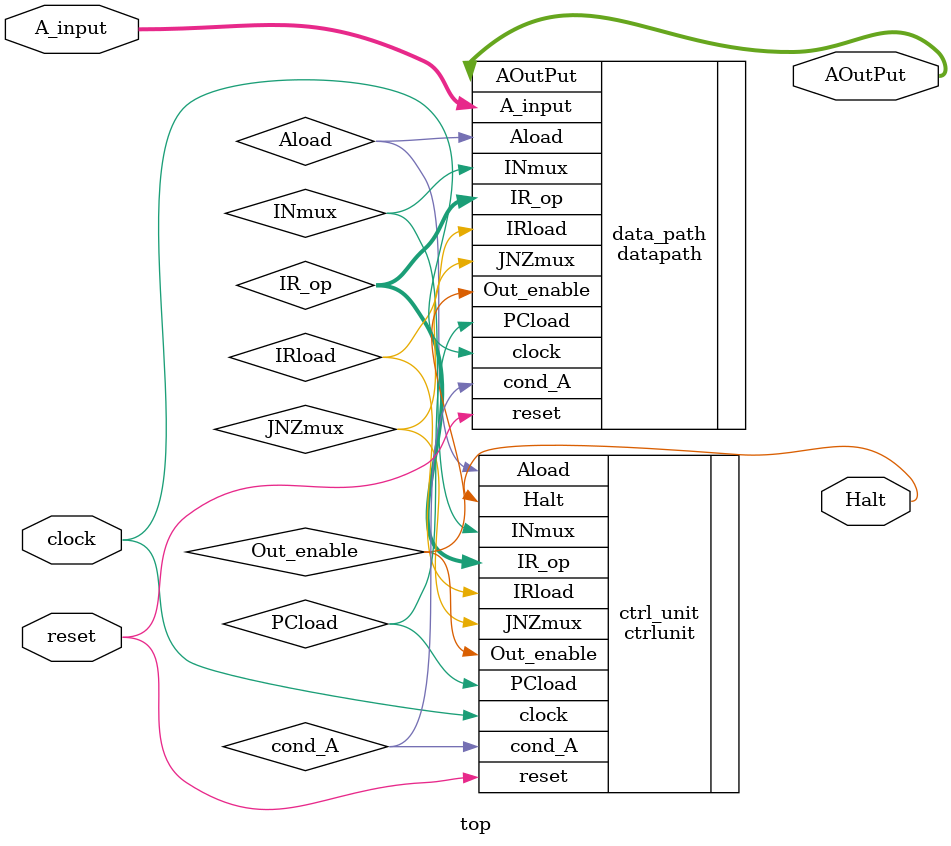
<source format=v>
`timescale 1ns / 1ps

module top(
    input clock,
    input reset,
    output Halt,
    
	/*****input for bitstream test*****/
	//input [3:0] A_input,

	//--------------------------------
	
	/*****input for simulation*****/
	input [7:0] A_input,
    

	/*****output for bitstream test*****/
	//output [2:0] AOutPut

	//--------------------------------
	
	/*****output for simulation*****/
	output [7:0] AOutPut

    );

	wire[2:0] IR_op;


ctrlunit ctrl_unit(
	.clock		(clock),
	.reset		(reset),
	.cond_A		(cond_A),
	.IR_op		(IR_op),
	.PCload		(PCload),
	.IRload		(IRload),
	.INmux		(INmux),
	.Aload		(Aload),
	.JNZmux		(JNZmux),
	.Halt		(Halt),
	.Out_enable (Out_enable)
);

datapath data_path(
	.clock		(clock),
    .reset		(reset),
    .A_input	(A_input),
	.PCload		(PCload),
    .IRload		(IRload),
    .INmux		(INmux),
	.Aload		(Aload),
	.JNZmux		(JNZmux),
	.cond_A		(cond_A),
	.IR_op		(IR_op),
	.AOutPut	(AOutPut),
	.Out_enable (Out_enable)
);

endmodule

</source>
